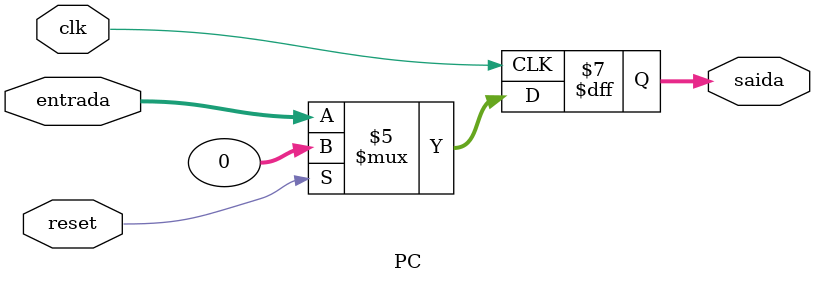
<source format=v>
module PC (entrada, saida, clk, reset);

input [31:0] entrada; // endereco da instrucao
input clk; // clock do kit FPGA
input reset; // sinal que reinicia a execucao do codigo
output reg [31:0]saida; // endereco da instrucao

initial
begin
 saida = 32'd0;
end

always @(negedge clk)
begin
	if (reset==1) // o sinal de reset esta setado
	begin
		saida = 32'd0; // a saida do PC eh a primeira instrucao do codigo
	end
	else
	begin
		saida = entrada; // a saida do PC corresponde a entrada do PC
	end
end

endmodule
</source>
